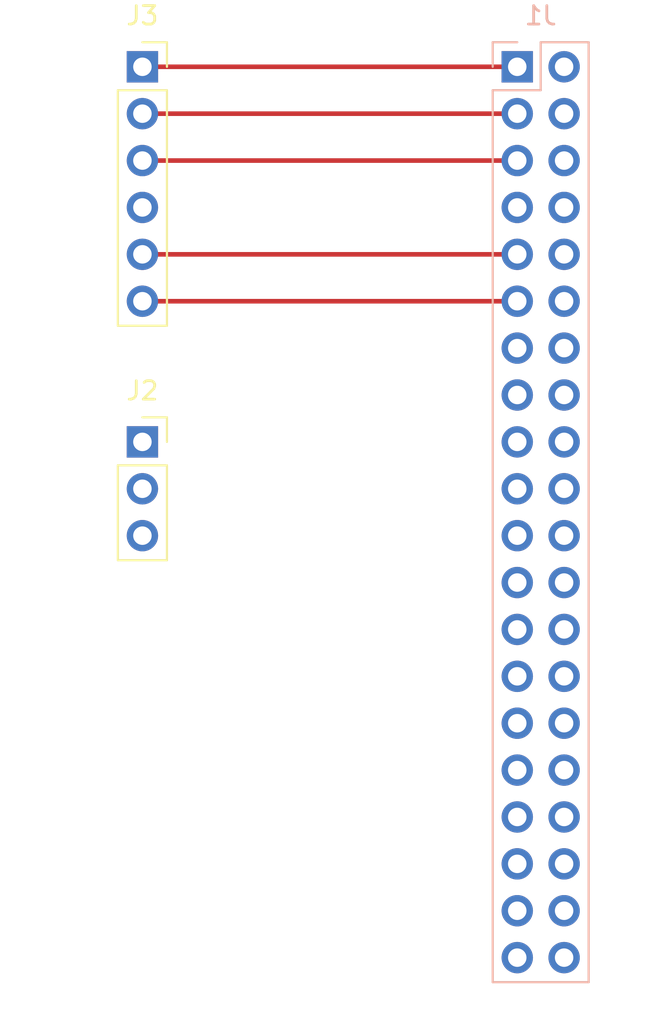
<source format=kicad_pcb>
(kicad_pcb (version 20171130) (host pcbnew "(5.1.0-0)")

  (general
    (thickness 1.6)
    (drawings 0)
    (tracks 21)
    (zones 0)
    (modules 3)
    (nets 8)
  )

  (page A4)
  (layers
    (0 F.Cu signal)
    (1 In1.Cu signal)
    (2 In2.Cu signal)
    (31 B.Cu signal)
    (32 B.Adhes user)
    (33 F.Adhes user)
    (34 B.Paste user)
    (35 F.Paste user)
    (36 B.SilkS user)
    (37 F.SilkS user)
    (38 B.Mask user)
    (39 F.Mask user)
    (40 Dwgs.User user)
    (41 Cmts.User user)
    (42 Eco1.User user)
    (43 Eco2.User user)
    (44 Edge.Cuts user)
    (45 Margin user)
    (46 B.CrtYd user)
    (47 F.CrtYd user)
    (48 B.Fab user)
    (49 F.Fab user)
  )

  (setup
    (last_trace_width 0.25)
    (trace_clearance 0.2)
    (zone_clearance 0.508)
    (zone_45_only no)
    (trace_min 0.2)
    (via_size 0.8)
    (via_drill 0.4)
    (via_min_size 0.4)
    (via_min_drill 0.3)
    (uvia_size 0.3)
    (uvia_drill 0.1)
    (uvias_allowed no)
    (uvia_min_size 0.2)
    (uvia_min_drill 0.1)
    (edge_width 0.05)
    (segment_width 0.2)
    (pcb_text_width 0.3)
    (pcb_text_size 1.5 1.5)
    (mod_edge_width 0.12)
    (mod_text_size 1 1)
    (mod_text_width 0.15)
    (pad_size 1.524 1.524)
    (pad_drill 0.762)
    (pad_to_mask_clearance 0.051)
    (solder_mask_min_width 0.25)
    (aux_axis_origin 0 0)
    (visible_elements FFFFFF7F)
    (pcbplotparams
      (layerselection 0x010fc_ffffffff)
      (usegerberextensions false)
      (usegerberattributes false)
      (usegerberadvancedattributes false)
      (creategerberjobfile false)
      (excludeedgelayer true)
      (linewidth 0.100000)
      (plotframeref false)
      (viasonmask false)
      (mode 1)
      (useauxorigin false)
      (hpglpennumber 1)
      (hpglpenspeed 20)
      (hpglpendiameter 15.000000)
      (psnegative false)
      (psa4output false)
      (plotreference true)
      (plotvalue true)
      (plotinvisibletext false)
      (padsonsilk false)
      (subtractmaskfromsilk false)
      (outputformat 1)
      (mirror false)
      (drillshape 1)
      (scaleselection 1)
      (outputdirectory ""))
  )

  (net 0 "")
  (net 1 GND)
  (net 2 +3V3)
  (net 3 /LED)
  (net 4 +5V)
  (net 5 /SCL)
  (net 6 /SDA)
  (net 7 /shutdown)

  (net_class Default "This is the default net class."
    (clearance 0.2)
    (trace_width 0.25)
    (via_dia 0.8)
    (via_drill 0.4)
    (uvia_dia 0.3)
    (uvia_drill 0.1)
    (add_net +3V3)
    (add_net +5V)
    (add_net /LED)
    (add_net /SCL)
    (add_net /SDA)
    (add_net /shutdown)
    (add_net GND)
  )

  (module Connector_PinSocket_2.54mm:PinSocket_1x06_P2.54mm_Vertical (layer F.Cu) (tedit 5A19A430) (tstamp 5D4D53FA)
    (at 99.06 88.9)
    (descr "Through hole straight socket strip, 1x06, 2.54mm pitch, single row (from Kicad 4.0.7), script generated")
    (tags "Through hole socket strip THT 1x06 2.54mm single row")
    (path /5D4E782F)
    (fp_text reference J3 (at 0 -2.77) (layer F.SilkS)
      (effects (font (size 1 1) (thickness 0.15)))
    )
    (fp_text value Conn_01x06_Female (at 0 15.47) (layer F.Fab)
      (effects (font (size 1 1) (thickness 0.15)))
    )
    (fp_text user %R (at 0 6.35 90) (layer F.Fab)
      (effects (font (size 1 1) (thickness 0.15)))
    )
    (fp_line (start -1.8 14.45) (end -1.8 -1.8) (layer F.CrtYd) (width 0.05))
    (fp_line (start 1.75 14.45) (end -1.8 14.45) (layer F.CrtYd) (width 0.05))
    (fp_line (start 1.75 -1.8) (end 1.75 14.45) (layer F.CrtYd) (width 0.05))
    (fp_line (start -1.8 -1.8) (end 1.75 -1.8) (layer F.CrtYd) (width 0.05))
    (fp_line (start 0 -1.33) (end 1.33 -1.33) (layer F.SilkS) (width 0.12))
    (fp_line (start 1.33 -1.33) (end 1.33 0) (layer F.SilkS) (width 0.12))
    (fp_line (start 1.33 1.27) (end 1.33 14.03) (layer F.SilkS) (width 0.12))
    (fp_line (start -1.33 14.03) (end 1.33 14.03) (layer F.SilkS) (width 0.12))
    (fp_line (start -1.33 1.27) (end -1.33 14.03) (layer F.SilkS) (width 0.12))
    (fp_line (start -1.33 1.27) (end 1.33 1.27) (layer F.SilkS) (width 0.12))
    (fp_line (start -1.27 13.97) (end -1.27 -1.27) (layer F.Fab) (width 0.1))
    (fp_line (start 1.27 13.97) (end -1.27 13.97) (layer F.Fab) (width 0.1))
    (fp_line (start 1.27 -0.635) (end 1.27 13.97) (layer F.Fab) (width 0.1))
    (fp_line (start 0.635 -1.27) (end 1.27 -0.635) (layer F.Fab) (width 0.1))
    (fp_line (start -1.27 -1.27) (end 0.635 -1.27) (layer F.Fab) (width 0.1))
    (pad 6 thru_hole oval (at 0 12.7) (size 1.7 1.7) (drill 1) (layers *.Cu *.Mask)
      (net 7 /shutdown))
    (pad 5 thru_hole oval (at 0 10.16) (size 1.7 1.7) (drill 1) (layers *.Cu *.Mask)
      (net 1 GND))
    (pad 4 thru_hole oval (at 0 7.62) (size 1.7 1.7) (drill 1) (layers *.Cu *.Mask))
    (pad 3 thru_hole oval (at 0 5.08) (size 1.7 1.7) (drill 1) (layers *.Cu *.Mask)
      (net 5 /SCL))
    (pad 2 thru_hole oval (at 0 2.54) (size 1.7 1.7) (drill 1) (layers *.Cu *.Mask)
      (net 6 /SDA))
    (pad 1 thru_hole rect (at 0 0) (size 1.7 1.7) (drill 1) (layers *.Cu *.Mask)
      (net 2 +3V3))
    (model ${KISYS3DMOD}/Connector_PinSocket_2.54mm.3dshapes/PinSocket_1x06_P2.54mm_Vertical.wrl
      (at (xyz 0 0 0))
      (scale (xyz 1 1 1))
      (rotate (xyz 0 0 0))
    )
  )

  (module Connector_PinSocket_2.54mm:PinSocket_1x03_P2.54mm_Vertical (layer F.Cu) (tedit 5A19A429) (tstamp 5D4D4254)
    (at 99.06 109.22)
    (descr "Through hole straight socket strip, 1x03, 2.54mm pitch, single row (from Kicad 4.0.7), script generated")
    (tags "Through hole socket strip THT 1x03 2.54mm single row")
    (path /5D4D5BF9)
    (fp_text reference J2 (at 0 -2.77) (layer F.SilkS)
      (effects (font (size 1 1) (thickness 0.15)))
    )
    (fp_text value Conn_01x03_Female (at 0 7.85) (layer F.Fab)
      (effects (font (size 1 1) (thickness 0.15)))
    )
    (fp_text user %R (at 0 2.54 90) (layer F.Fab)
      (effects (font (size 1 1) (thickness 0.15)))
    )
    (fp_line (start -1.8 6.85) (end -1.8 -1.8) (layer F.CrtYd) (width 0.05))
    (fp_line (start 1.75 6.85) (end -1.8 6.85) (layer F.CrtYd) (width 0.05))
    (fp_line (start 1.75 -1.8) (end 1.75 6.85) (layer F.CrtYd) (width 0.05))
    (fp_line (start -1.8 -1.8) (end 1.75 -1.8) (layer F.CrtYd) (width 0.05))
    (fp_line (start 0 -1.33) (end 1.33 -1.33) (layer F.SilkS) (width 0.12))
    (fp_line (start 1.33 -1.33) (end 1.33 0) (layer F.SilkS) (width 0.12))
    (fp_line (start 1.33 1.27) (end 1.33 6.41) (layer F.SilkS) (width 0.12))
    (fp_line (start -1.33 6.41) (end 1.33 6.41) (layer F.SilkS) (width 0.12))
    (fp_line (start -1.33 1.27) (end -1.33 6.41) (layer F.SilkS) (width 0.12))
    (fp_line (start -1.33 1.27) (end 1.33 1.27) (layer F.SilkS) (width 0.12))
    (fp_line (start -1.27 6.35) (end -1.27 -1.27) (layer F.Fab) (width 0.1))
    (fp_line (start 1.27 6.35) (end -1.27 6.35) (layer F.Fab) (width 0.1))
    (fp_line (start 1.27 -0.635) (end 1.27 6.35) (layer F.Fab) (width 0.1))
    (fp_line (start 0.635 -1.27) (end 1.27 -0.635) (layer F.Fab) (width 0.1))
    (fp_line (start -1.27 -1.27) (end 0.635 -1.27) (layer F.Fab) (width 0.1))
    (pad 3 thru_hole oval (at 0 5.08) (size 1.7 1.7) (drill 1) (layers *.Cu *.Mask)
      (net 1 GND))
    (pad 2 thru_hole oval (at 0 2.54) (size 1.7 1.7) (drill 1) (layers *.Cu *.Mask)
      (net 3 /LED))
    (pad 1 thru_hole rect (at 0 0) (size 1.7 1.7) (drill 1) (layers *.Cu *.Mask)
      (net 4 +5V))
    (model ${KISYS3DMOD}/Connector_PinSocket_2.54mm.3dshapes/PinSocket_1x03_P2.54mm_Vertical.wrl
      (at (xyz 0 0 0))
      (scale (xyz 1 1 1))
      (rotate (xyz 0 0 0))
    )
  )

  (module Connector_PinSocket_2.54mm:PinSocket_2x20_P2.54mm_Vertical (layer B.Cu) (tedit 5A19A433) (tstamp 5D4D4477)
    (at 119.38 88.9 180)
    (descr "Through hole straight socket strip, 2x20, 2.54mm pitch, double cols (from Kicad 4.0.7), script generated")
    (tags "Through hole socket strip THT 2x20 2.54mm double row")
    (path /5D4D3AFF)
    (fp_text reference J1 (at -1.27 2.77 180) (layer B.SilkS)
      (effects (font (size 1 1) (thickness 0.15)) (justify mirror))
    )
    (fp_text value Raspberry_Pi_2_3 (at -1.27 -51.03 180) (layer B.Fab)
      (effects (font (size 1 1) (thickness 0.15)) (justify mirror))
    )
    (fp_text user %R (at -1.27 -24.13 90) (layer B.Fab)
      (effects (font (size 1 1) (thickness 0.15)) (justify mirror))
    )
    (fp_line (start -4.34 -50) (end -4.34 1.8) (layer B.CrtYd) (width 0.05))
    (fp_line (start 1.76 -50) (end -4.34 -50) (layer B.CrtYd) (width 0.05))
    (fp_line (start 1.76 1.8) (end 1.76 -50) (layer B.CrtYd) (width 0.05))
    (fp_line (start -4.34 1.8) (end 1.76 1.8) (layer B.CrtYd) (width 0.05))
    (fp_line (start 0 1.33) (end 1.33 1.33) (layer B.SilkS) (width 0.12))
    (fp_line (start 1.33 1.33) (end 1.33 0) (layer B.SilkS) (width 0.12))
    (fp_line (start -1.27 1.33) (end -1.27 -1.27) (layer B.SilkS) (width 0.12))
    (fp_line (start -1.27 -1.27) (end 1.33 -1.27) (layer B.SilkS) (width 0.12))
    (fp_line (start 1.33 -1.27) (end 1.33 -49.59) (layer B.SilkS) (width 0.12))
    (fp_line (start -3.87 -49.59) (end 1.33 -49.59) (layer B.SilkS) (width 0.12))
    (fp_line (start -3.87 1.33) (end -3.87 -49.59) (layer B.SilkS) (width 0.12))
    (fp_line (start -3.87 1.33) (end -1.27 1.33) (layer B.SilkS) (width 0.12))
    (fp_line (start -3.81 -49.53) (end -3.81 1.27) (layer B.Fab) (width 0.1))
    (fp_line (start 1.27 -49.53) (end -3.81 -49.53) (layer B.Fab) (width 0.1))
    (fp_line (start 1.27 0.27) (end 1.27 -49.53) (layer B.Fab) (width 0.1))
    (fp_line (start 0.27 1.27) (end 1.27 0.27) (layer B.Fab) (width 0.1))
    (fp_line (start -3.81 1.27) (end 0.27 1.27) (layer B.Fab) (width 0.1))
    (pad 40 thru_hole oval (at -2.54 -48.26 180) (size 1.7 1.7) (drill 1) (layers *.Cu *.Mask))
    (pad 39 thru_hole oval (at 0 -48.26 180) (size 1.7 1.7) (drill 1) (layers *.Cu *.Mask)
      (net 1 GND))
    (pad 38 thru_hole oval (at -2.54 -45.72 180) (size 1.7 1.7) (drill 1) (layers *.Cu *.Mask))
    (pad 37 thru_hole oval (at 0 -45.72 180) (size 1.7 1.7) (drill 1) (layers *.Cu *.Mask))
    (pad 36 thru_hole oval (at -2.54 -43.18 180) (size 1.7 1.7) (drill 1) (layers *.Cu *.Mask))
    (pad 35 thru_hole oval (at 0 -43.18 180) (size 1.7 1.7) (drill 1) (layers *.Cu *.Mask))
    (pad 34 thru_hole oval (at -2.54 -40.64 180) (size 1.7 1.7) (drill 1) (layers *.Cu *.Mask)
      (net 1 GND))
    (pad 33 thru_hole oval (at 0 -40.64 180) (size 1.7 1.7) (drill 1) (layers *.Cu *.Mask))
    (pad 32 thru_hole oval (at -2.54 -38.1 180) (size 1.7 1.7) (drill 1) (layers *.Cu *.Mask))
    (pad 31 thru_hole oval (at 0 -38.1 180) (size 1.7 1.7) (drill 1) (layers *.Cu *.Mask))
    (pad 30 thru_hole oval (at -2.54 -35.56 180) (size 1.7 1.7) (drill 1) (layers *.Cu *.Mask)
      (net 1 GND))
    (pad 29 thru_hole oval (at 0 -35.56 180) (size 1.7 1.7) (drill 1) (layers *.Cu *.Mask))
    (pad 28 thru_hole oval (at -2.54 -33.02 180) (size 1.7 1.7) (drill 1) (layers *.Cu *.Mask))
    (pad 27 thru_hole oval (at 0 -33.02 180) (size 1.7 1.7) (drill 1) (layers *.Cu *.Mask))
    (pad 26 thru_hole oval (at -2.54 -30.48 180) (size 1.7 1.7) (drill 1) (layers *.Cu *.Mask))
    (pad 25 thru_hole oval (at 0 -30.48 180) (size 1.7 1.7) (drill 1) (layers *.Cu *.Mask)
      (net 1 GND))
    (pad 24 thru_hole oval (at -2.54 -27.94 180) (size 1.7 1.7) (drill 1) (layers *.Cu *.Mask))
    (pad 23 thru_hole oval (at 0 -27.94 180) (size 1.7 1.7) (drill 1) (layers *.Cu *.Mask))
    (pad 22 thru_hole oval (at -2.54 -25.4 180) (size 1.7 1.7) (drill 1) (layers *.Cu *.Mask))
    (pad 21 thru_hole oval (at 0 -25.4 180) (size 1.7 1.7) (drill 1) (layers *.Cu *.Mask))
    (pad 20 thru_hole oval (at -2.54 -22.86 180) (size 1.7 1.7) (drill 1) (layers *.Cu *.Mask)
      (net 1 GND))
    (pad 19 thru_hole oval (at 0 -22.86 180) (size 1.7 1.7) (drill 1) (layers *.Cu *.Mask))
    (pad 18 thru_hole oval (at -2.54 -20.32 180) (size 1.7 1.7) (drill 1) (layers *.Cu *.Mask))
    (pad 17 thru_hole oval (at 0 -20.32 180) (size 1.7 1.7) (drill 1) (layers *.Cu *.Mask)
      (net 2 +3V3))
    (pad 16 thru_hole oval (at -2.54 -17.78 180) (size 1.7 1.7) (drill 1) (layers *.Cu *.Mask))
    (pad 15 thru_hole oval (at 0 -17.78 180) (size 1.7 1.7) (drill 1) (layers *.Cu *.Mask))
    (pad 14 thru_hole oval (at -2.54 -15.24 180) (size 1.7 1.7) (drill 1) (layers *.Cu *.Mask)
      (net 1 GND))
    (pad 13 thru_hole oval (at 0 -15.24 180) (size 1.7 1.7) (drill 1) (layers *.Cu *.Mask))
    (pad 12 thru_hole oval (at -2.54 -12.7 180) (size 1.7 1.7) (drill 1) (layers *.Cu *.Mask)
      (net 3 /LED))
    (pad 11 thru_hole oval (at 0 -12.7 180) (size 1.7 1.7) (drill 1) (layers *.Cu *.Mask)
      (net 7 /shutdown))
    (pad 10 thru_hole oval (at -2.54 -10.16 180) (size 1.7 1.7) (drill 1) (layers *.Cu *.Mask))
    (pad 9 thru_hole oval (at 0 -10.16 180) (size 1.7 1.7) (drill 1) (layers *.Cu *.Mask)
      (net 1 GND))
    (pad 8 thru_hole oval (at -2.54 -7.62 180) (size 1.7 1.7) (drill 1) (layers *.Cu *.Mask))
    (pad 7 thru_hole oval (at 0 -7.62 180) (size 1.7 1.7) (drill 1) (layers *.Cu *.Mask))
    (pad 6 thru_hole oval (at -2.54 -5.08 180) (size 1.7 1.7) (drill 1) (layers *.Cu *.Mask)
      (net 1 GND))
    (pad 5 thru_hole oval (at 0 -5.08 180) (size 1.7 1.7) (drill 1) (layers *.Cu *.Mask)
      (net 5 /SCL))
    (pad 4 thru_hole oval (at -2.54 -2.54 180) (size 1.7 1.7) (drill 1) (layers *.Cu *.Mask)
      (net 4 +5V))
    (pad 3 thru_hole oval (at 0 -2.54 180) (size 1.7 1.7) (drill 1) (layers *.Cu *.Mask)
      (net 6 /SDA))
    (pad 2 thru_hole oval (at -2.54 0 180) (size 1.7 1.7) (drill 1) (layers *.Cu *.Mask)
      (net 4 +5V))
    (pad 1 thru_hole rect (at 0 0 180) (size 1.7 1.7) (drill 1) (layers *.Cu *.Mask)
      (net 2 +3V3))
    (model ${KISYS3DMOD}/Connector_PinSocket_2.54mm.3dshapes/PinSocket_2x20_P2.54mm_Vertical.wrl
      (at (xyz 0 0 0))
      (scale (xyz 1 1 1))
      (rotate (xyz 0 0 0))
    )
  )

  (segment (start 113.124999 113.124999) (end 118.530001 118.530001) (width 0.25) (layer In1.Cu) (net 1) (status 20))
  (segment (start 118.530001 118.530001) (end 119.38 119.38) (width 0.25) (layer In1.Cu) (net 1) (status 30))
  (segment (start 100.235001 113.124999) (end 113.124999 113.124999) (width 0.25) (layer In1.Cu) (net 1))
  (segment (start 99.06 114.3) (end 100.235001 113.124999) (width 0.25) (layer In1.Cu) (net 1) (status 10))
  (segment (start 119.38 99.06) (end 99.06 99.06) (width 0.25) (layer F.Cu) (net 1))
  (segment (start 99.06 88.9) (end 119.38 88.9) (width 0.25) (layer F.Cu) (net 2) (status 30))
  (segment (start 121.070001 100.750001) (end 121.92 101.6) (width 0.25) (layer In1.Cu) (net 3) (status 30))
  (segment (start 120.840999 100.750001) (end 121.070001 100.750001) (width 0.25) (layer In1.Cu) (net 3) (status 20))
  (segment (start 120.555001 101.035999) (end 120.840999 100.750001) (width 0.25) (layer In1.Cu) (net 3))
  (segment (start 120.555001 102.964999) (end 120.555001 101.035999) (width 0.25) (layer In1.Cu) (net 3))
  (segment (start 107.855001 102.964999) (end 120.555001 102.964999) (width 0.25) (layer In1.Cu) (net 3))
  (segment (start 99.06 111.76) (end 107.855001 102.964999) (width 0.25) (layer In1.Cu) (net 3) (status 10))
  (segment (start 96.52 105.58) (end 99.06 108.12) (width 0.25) (layer In1.Cu) (net 4))
  (segment (start 96.52 86.36) (end 96.52 105.58) (width 0.25) (layer In1.Cu) (net 4))
  (segment (start 121.92 86.36) (end 96.52 86.36) (width 0.25) (layer In1.Cu) (net 4))
  (segment (start 99.06 108.12) (end 99.06 109.22) (width 0.25) (layer In1.Cu) (net 4) (status 20))
  (segment (start 121.92 88.9) (end 121.92 86.36) (width 0.25) (layer In1.Cu) (net 4) (status 10))
  (segment (start 119.38 93.98) (end 99.06 93.98) (width 0.25) (layer F.Cu) (net 5))
  (segment (start 99.06 91.44) (end 101.6 91.44) (width 0.25) (layer F.Cu) (net 6))
  (segment (start 101.6 91.44) (end 119.38 91.44) (width 0.25) (layer F.Cu) (net 6))
  (segment (start 99.06 101.6) (end 119.38 101.6) (width 0.25) (layer F.Cu) (net 7))

)

</source>
